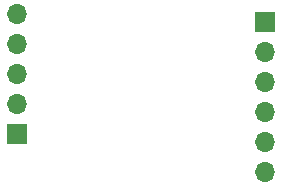
<source format=gbr>
%TF.GenerationSoftware,KiCad,Pcbnew,(7.0.0)*%
%TF.CreationDate,2023-08-01T12:49:58+01:00*%
%TF.ProjectId,TAStable,54415374-6162-46c6-952e-6b696361645f,rev?*%
%TF.SameCoordinates,Original*%
%TF.FileFunction,Soldermask,Bot*%
%TF.FilePolarity,Negative*%
%FSLAX46Y46*%
G04 Gerber Fmt 4.6, Leading zero omitted, Abs format (unit mm)*
G04 Created by KiCad (PCBNEW (7.0.0)) date 2023-08-01 12:49:58*
%MOMM*%
%LPD*%
G01*
G04 APERTURE LIST*
%ADD10R,1.700000X1.700000*%
%ADD11O,1.700000X1.700000*%
G04 APERTURE END LIST*
D10*
%TO.C,J1*%
X141249999Y-93649999D03*
D11*
X141249999Y-96189999D03*
X141249999Y-98729999D03*
X141249999Y-101269999D03*
X141249999Y-103809999D03*
X141249999Y-106349999D03*
%TD*%
D10*
%TO.C,J2*%
X120249999Y-103159999D03*
D11*
X120249999Y-100619999D03*
X120249999Y-98079999D03*
X120249999Y-95539999D03*
X120249999Y-92999999D03*
%TD*%
M02*

</source>
